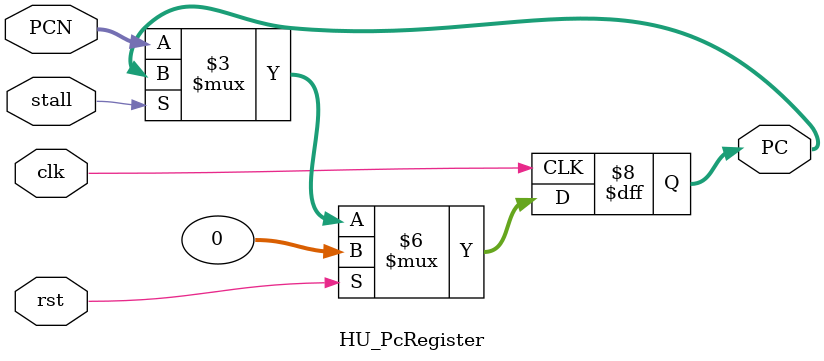
<source format=sv>
module HU_PcRegister #(parameter W = 32)(
    input logic clk,
    input logic rst,
    input logic stall,
    input logic [W-1: 0] PCN,

    output logic [W-1: 0] PC
);

always_ff@(posedge clk)
    if (rst) PC <= {W{1'b0}};
    else if (stall == 0) begin
        PC <= PCN;
    end

endmodule

</source>
